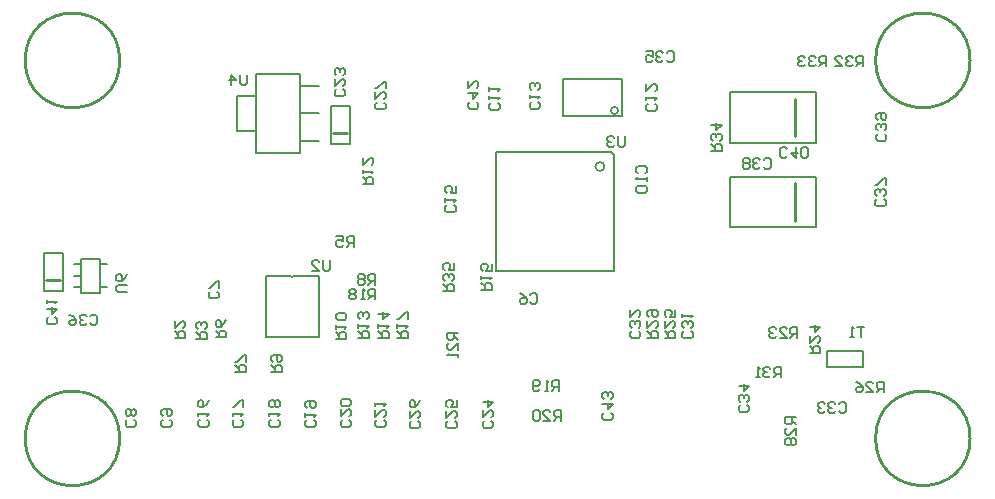
<source format=gbo>
%FSAX24Y24*%
%MOIN*%
G70*
G01*
G75*
G04 Layer_Color=32896*
%ADD10R,0.0433X0.0394*%
%ADD11R,0.0394X0.0433*%
%ADD12R,0.0315X0.0315*%
%ADD13R,0.0846X0.0157*%
%ADD14R,0.0846X0.0157*%
%ADD15R,0.0472X0.0472*%
%ADD16R,0.0591X0.1299*%
%ADD17R,0.0591X0.0394*%
%ADD18R,0.0197X0.0886*%
%ADD19R,0.0807X0.1575*%
%ADD20R,0.0807X0.1378*%
%ADD21R,0.0807X0.1378*%
%ADD22R,0.0315X0.0591*%
%ADD23R,0.0591X0.0512*%
%ADD24C,0.0100*%
%ADD25C,0.0150*%
%ADD26C,0.0080*%
%ADD27C,0.0350*%
%ADD28C,0.0250*%
%ADD29C,0.0200*%
%ADD30C,0.0591*%
%ADD31R,0.0591X0.0591*%
%ADD32R,0.0591X0.0591*%
%ADD33P,0.2131X8X22.5*%
%ADD34C,0.0700*%
%ADD35O,0.0551X0.0591*%
%ADD36C,0.0500*%
%ADD37C,0.0472*%
%ADD38C,0.0315*%
%ADD39C,0.0276*%
%ADD40C,0.0350*%
%ADD41C,0.0354*%
%ADD42R,0.0787X0.0945*%
%ADD43R,0.0472X0.0354*%
%ADD44O,0.0551X0.0110*%
%ADD45R,0.0551X0.0110*%
%ADD46O,0.0110X0.0551*%
%ADD47O,0.0551X0.0110*%
%ADD48R,0.0433X0.0157*%
%ADD49O,0.0433X0.0157*%
%ADD50R,0.0315X0.0354*%
%ADD51R,0.0354X0.0236*%
%ADD52C,0.0070*%
%ADD53C,0.0090*%
%ADD54C,0.0098*%
%ADD55C,0.0079*%
%ADD56C,0.0050*%
%ADD57C,0.0197*%
%ADD58C,0.0120*%
D24*
X056299Y028346D02*
G03*
X056299Y028346I-001575J000000D01*
G01*
Y015748D02*
G03*
X056299Y015748I-001575J000000D01*
G01*
X027953D02*
G03*
X027953Y015748I-001575J000000D01*
G01*
Y028346D02*
G03*
X027953Y028346I-001575J000000D01*
G01*
X050478Y025810D02*
Y027070D01*
Y023000D02*
Y024260D01*
X025504Y021014D02*
X025976D01*
X035074Y025914D02*
X035546D01*
D52*
X036762Y026943D02*
X036820Y026885D01*
Y026768D01*
X036762Y026710D01*
X036528D01*
X036470Y026768D01*
Y026885D01*
X036528Y026943D01*
X036470Y027293D02*
Y027060D01*
X036703Y027293D01*
X036762D01*
X036820Y027235D01*
Y027118D01*
X036762Y027060D01*
X036820Y027410D02*
Y027643D01*
X036762D01*
X036528Y027410D01*
X036470D01*
X035412Y027383D02*
X035470Y027325D01*
Y027208D01*
X035412Y027150D01*
X035178D01*
X035120Y027208D01*
Y027325D01*
X035178Y027383D01*
X035120Y027733D02*
Y027500D01*
X035353Y027733D01*
X035412D01*
X035470Y027675D01*
Y027558D01*
X035412Y027500D01*
Y027850D02*
X035470Y027908D01*
Y028025D01*
X035412Y028083D01*
X035353D01*
X035295Y028025D01*
Y027966D01*
Y028025D01*
X035237Y028083D01*
X035178D01*
X035120Y028025D01*
Y027908D01*
X035178Y027850D01*
X032190Y027870D02*
Y027578D01*
X032132Y027520D01*
X032015D01*
X031957Y027578D01*
Y027870D01*
X031665Y027520D02*
Y027870D01*
X031840Y027695D01*
X031607D01*
X040342Y016333D02*
X040400Y016275D01*
Y016158D01*
X040342Y016100D01*
X040108D01*
X040050Y016158D01*
Y016275D01*
X040108Y016333D01*
X040050Y016683D02*
Y016450D01*
X040283Y016683D01*
X040342D01*
X040400Y016625D01*
Y016508D01*
X040342Y016450D01*
X040050Y016975D02*
X040400D01*
X040225Y016800D01*
Y017033D01*
X039122Y016313D02*
X039180Y016255D01*
Y016138D01*
X039122Y016080D01*
X038888D01*
X038830Y016138D01*
Y016255D01*
X038888Y016313D01*
X038830Y016663D02*
Y016430D01*
X039063Y016663D01*
X039122D01*
X039180Y016605D01*
Y016488D01*
X039122Y016430D01*
X039180Y017013D02*
Y016780D01*
X039005D01*
X039063Y016896D01*
Y016955D01*
X039005Y017013D01*
X038888D01*
X038830Y016955D01*
Y016838D01*
X038888Y016780D01*
X052740Y028150D02*
Y028500D01*
X052565D01*
X052507Y028442D01*
Y028325D01*
X052565Y028267D01*
X052740D01*
X052623D02*
X052507Y028150D01*
X052390Y028442D02*
X052332Y028500D01*
X052215D01*
X052157Y028442D01*
Y028383D01*
X052215Y028325D01*
X052273D01*
X052215D01*
X052157Y028267D01*
Y028208D01*
X052215Y028150D01*
X052332D01*
X052390Y028208D01*
X051807Y028150D02*
X052040D01*
X051807Y028383D01*
Y028442D01*
X051865Y028500D01*
X051982D01*
X052040Y028442D01*
X042590Y017330D02*
Y017680D01*
X042415D01*
X042357Y017622D01*
Y017505D01*
X042415Y017447D01*
X042590D01*
X042473D02*
X042357Y017330D01*
X042240D02*
X042123D01*
X042182D01*
Y017680D01*
X042240Y017622D01*
X041949Y017388D02*
X041890Y017330D01*
X041774D01*
X041715Y017388D01*
Y017622D01*
X041774Y017680D01*
X041890D01*
X041949Y017622D01*
Y017563D01*
X041890Y017505D01*
X041715D01*
X045530Y019090D02*
X045880D01*
Y019265D01*
X045822Y019323D01*
X045705D01*
X045647Y019265D01*
Y019090D01*
Y019207D02*
X045530Y019323D01*
Y019673D02*
Y019440D01*
X045763Y019673D01*
X045822D01*
X045880Y019615D01*
Y019498D01*
X045822Y019440D01*
X045588Y019790D02*
X045530Y019848D01*
Y019965D01*
X045588Y020023D01*
X045822D01*
X045880Y019965D01*
Y019848D01*
X045822Y019790D01*
X045763D01*
X045705Y019848D01*
Y020023D01*
X046120Y019090D02*
X046470D01*
Y019265D01*
X046412Y019323D01*
X046295D01*
X046237Y019265D01*
Y019090D01*
Y019207D02*
X046120Y019323D01*
Y019673D02*
Y019440D01*
X046353Y019673D01*
X046412D01*
X046470Y019615D01*
Y019498D01*
X046412Y019440D01*
X046470Y020023D02*
Y019790D01*
X046295D01*
X046353Y019906D01*
Y019965D01*
X046295Y020023D01*
X046178D01*
X046120Y019965D01*
Y019848D01*
X046178Y019790D01*
X045252Y019323D02*
X045310Y019265D01*
Y019148D01*
X045252Y019090D01*
X045018D01*
X044960Y019148D01*
Y019265D01*
X045018Y019323D01*
X045252Y019440D02*
X045310Y019498D01*
Y019615D01*
X045252Y019673D01*
X045193D01*
X045135Y019615D01*
Y019557D01*
Y019615D01*
X045077Y019673D01*
X045018D01*
X044960Y019615D01*
Y019498D01*
X045018Y019440D01*
X044960Y020023D02*
Y019790D01*
X045193Y020023D01*
X045252D01*
X045310Y019965D01*
Y019848D01*
X045252Y019790D01*
X047002Y019313D02*
X047060Y019255D01*
Y019138D01*
X047002Y019080D01*
X046768D01*
X046710Y019138D01*
Y019255D01*
X046768Y019313D01*
X047002Y019430D02*
X047060Y019488D01*
Y019605D01*
X047002Y019663D01*
X046943D01*
X046885Y019605D01*
Y019547D01*
Y019605D01*
X046827Y019663D01*
X046768D01*
X046710Y019605D01*
Y019488D01*
X046768Y019430D01*
X046710Y019780D02*
Y019896D01*
Y019838D01*
X047060D01*
X047002Y019780D01*
X035160Y019050D02*
X035510D01*
Y019225D01*
X035452Y019283D01*
X035335D01*
X035277Y019225D01*
Y019050D01*
Y019167D02*
X035160Y019283D01*
Y019400D02*
Y019517D01*
Y019458D01*
X035510D01*
X035452Y019400D01*
Y019691D02*
X035510Y019750D01*
Y019866D01*
X035452Y019925D01*
X035218D01*
X035160Y019866D01*
Y019750D01*
X035218Y019691D01*
X035452D01*
X042660Y016340D02*
Y016690D01*
X042485D01*
X042427Y016632D01*
Y016515D01*
X042485Y016457D01*
X042660D01*
X042543D02*
X042427Y016340D01*
X042077D02*
X042310D01*
X042077Y016573D01*
Y016632D01*
X042135Y016690D01*
X042252D01*
X042310Y016632D01*
X041960D02*
X041902Y016690D01*
X041785D01*
X041727Y016632D01*
Y016398D01*
X041785Y016340D01*
X041902D01*
X041960Y016398D01*
Y016632D01*
X036470Y020870D02*
Y021220D01*
X036295D01*
X036237Y021162D01*
Y021045D01*
X036295Y020987D01*
X036470D01*
X036353D02*
X036237Y020870D01*
X036120Y021162D02*
X036062Y021220D01*
X035945D01*
X035887Y021162D01*
Y021103D01*
X035945Y021045D01*
X035887Y020987D01*
Y020928D01*
X035945Y020870D01*
X036062D01*
X036120Y020928D01*
Y020987D01*
X036062Y021045D01*
X036120Y021103D01*
Y021162D01*
X036062Y021045D02*
X035945D01*
X040000Y020700D02*
X040350D01*
Y020875D01*
X040292Y020933D01*
X040175D01*
X040117Y020875D01*
Y020700D01*
Y020817D02*
X040000Y020933D01*
Y021050D02*
Y021167D01*
Y021108D01*
X040350D01*
X040292Y021050D01*
X040350Y021575D02*
Y021341D01*
X040175D01*
X040233Y021458D01*
Y021516D01*
X040175Y021575D01*
X040058D01*
X040000Y021516D01*
Y021400D01*
X040058Y021341D01*
X039220Y019270D02*
X038870D01*
Y019095D01*
X038928Y019037D01*
X039045D01*
X039103Y019095D01*
Y019270D01*
Y019153D02*
X039220Y019037D01*
Y018687D02*
Y018920D01*
X038987Y018687D01*
X038928D01*
X038870Y018745D01*
Y018862D01*
X038928Y018920D01*
X039220Y018570D02*
Y018454D01*
Y018512D01*
X038870D01*
X038928Y018570D01*
X035760Y022140D02*
Y022490D01*
X035585D01*
X035527Y022432D01*
Y022315D01*
X035585Y022257D01*
X035760D01*
X035643D02*
X035527Y022140D01*
X035177Y022490D02*
X035410D01*
Y022315D01*
X035293Y022373D01*
X035235D01*
X035177Y022315D01*
Y022198D01*
X035235Y022140D01*
X035352D01*
X035410Y022198D01*
X034422Y016353D02*
X034480Y016295D01*
Y016178D01*
X034422Y016120D01*
X034188D01*
X034130Y016178D01*
Y016295D01*
X034188Y016353D01*
X034130Y016470D02*
Y016587D01*
Y016528D01*
X034480D01*
X034422Y016470D01*
X034188Y016761D02*
X034130Y016820D01*
Y016936D01*
X034188Y016995D01*
X034422D01*
X034480Y016936D01*
Y016820D01*
X034422Y016761D01*
X034363D01*
X034305Y016820D01*
Y016995D01*
X033232Y016373D02*
X033290Y016315D01*
Y016198D01*
X033232Y016140D01*
X032998D01*
X032940Y016198D01*
Y016315D01*
X032998Y016373D01*
X032940Y016490D02*
Y016607D01*
Y016548D01*
X033290D01*
X033232Y016490D01*
Y016781D02*
X033290Y016840D01*
Y016956D01*
X033232Y017015D01*
X033173D01*
X033115Y016956D01*
X033057Y017015D01*
X032998D01*
X032940Y016956D01*
Y016840D01*
X032998Y016781D01*
X033057D01*
X033115Y016840D01*
X033173Y016781D01*
X033232D01*
X033115Y016840D02*
Y016956D01*
X032012Y016373D02*
X032070Y016315D01*
Y016198D01*
X032012Y016140D01*
X031778D01*
X031720Y016198D01*
Y016315D01*
X031778Y016373D01*
X031720Y016490D02*
Y016607D01*
Y016548D01*
X032070D01*
X032012Y016490D01*
X032070Y016781D02*
Y017015D01*
X032012D01*
X031778Y016781D01*
X031720D01*
X030862Y016373D02*
X030920Y016315D01*
Y016198D01*
X030862Y016140D01*
X030628D01*
X030570Y016198D01*
Y016315D01*
X030628Y016373D01*
X030570Y016490D02*
Y016607D01*
Y016548D01*
X030920D01*
X030862Y016490D01*
X030920Y017015D02*
X030862Y016898D01*
X030745Y016781D01*
X030628D01*
X030570Y016840D01*
Y016956D01*
X030628Y017015D01*
X030687D01*
X030745Y016956D01*
Y016781D01*
X052770Y019470D02*
X052537D01*
X052653D01*
Y019120D01*
X052420D02*
X052303D01*
X052362D01*
Y019470D01*
X052420Y019412D01*
X050540Y019100D02*
Y019450D01*
X050365D01*
X050307Y019392D01*
Y019275D01*
X050365Y019217D01*
X050540D01*
X050423D02*
X050307Y019100D01*
X049957D02*
X050190D01*
X049957Y019333D01*
Y019392D01*
X050015Y019450D01*
X050132D01*
X050190Y019392D01*
X049840D02*
X049782Y019450D01*
X049665D01*
X049607Y019392D01*
Y019333D01*
X049665Y019275D01*
X049724D01*
X049665D01*
X049607Y019217D01*
Y019158D01*
X049665Y019100D01*
X049782D01*
X049840Y019158D01*
X050950Y018590D02*
X051300D01*
Y018765D01*
X051242Y018823D01*
X051125D01*
X051067Y018765D01*
Y018590D01*
Y018707D02*
X050950Y018823D01*
Y019173D02*
Y018940D01*
X051183Y019173D01*
X051242D01*
X051300Y019115D01*
Y018998D01*
X051242Y018940D01*
X050950Y019465D02*
X051300D01*
X051125Y019290D01*
Y019523D01*
X053420Y017290D02*
Y017640D01*
X053245D01*
X053187Y017582D01*
Y017465D01*
X053245Y017407D01*
X053420D01*
X053303D02*
X053187Y017290D01*
X052837D02*
X053070D01*
X052837Y017523D01*
Y017582D01*
X052895Y017640D01*
X053012D01*
X053070Y017582D01*
X052487Y017640D02*
X052604Y017582D01*
X052720Y017465D01*
Y017348D01*
X052662Y017290D01*
X052545D01*
X052487Y017348D01*
Y017407D01*
X052545Y017465D01*
X052720D01*
X049990Y017780D02*
Y018130D01*
X049815D01*
X049757Y018072D01*
Y017955D01*
X049815Y017897D01*
X049990D01*
X049873D02*
X049757Y017780D01*
X049640Y018072D02*
X049582Y018130D01*
X049465D01*
X049407Y018072D01*
Y018013D01*
X049465Y017955D01*
X049523D01*
X049465D01*
X049407Y017897D01*
Y017838D01*
X049465Y017780D01*
X049582D01*
X049640Y017838D01*
X049290Y017780D02*
X049174D01*
X049232D01*
Y018130D01*
X049290Y018072D01*
X050490Y016450D02*
X050140D01*
Y016275D01*
X050198Y016217D01*
X050315D01*
X050373Y016275D01*
Y016450D01*
Y016333D02*
X050490Y016217D01*
Y015867D02*
Y016100D01*
X050257Y015867D01*
X050198D01*
X050140Y015925D01*
Y016042D01*
X050198Y016100D01*
Y015750D02*
X050140Y015692D01*
Y015575D01*
X050198Y015517D01*
X050257D01*
X050315Y015575D01*
X050373Y015517D01*
X050432D01*
X050490Y015575D01*
Y015692D01*
X050432Y015750D01*
X050373D01*
X050315Y015692D01*
X050257Y015750D01*
X050198D01*
X050315Y015692D02*
Y015575D01*
X048872Y016853D02*
X048930Y016795D01*
Y016678D01*
X048872Y016620D01*
X048638D01*
X048580Y016678D01*
Y016795D01*
X048638Y016853D01*
X048872Y016970D02*
X048930Y017028D01*
Y017145D01*
X048872Y017203D01*
X048813D01*
X048755Y017145D01*
Y017087D01*
Y017145D01*
X048697Y017203D01*
X048638D01*
X048580Y017145D01*
Y017028D01*
X048638Y016970D01*
X048580Y017495D02*
X048930D01*
X048755Y017320D01*
Y017553D01*
X051927Y016892D02*
X051985Y016950D01*
X052102D01*
X052160Y016892D01*
Y016658D01*
X052102Y016600D01*
X051985D01*
X051927Y016658D01*
X051810Y016892D02*
X051752Y016950D01*
X051635D01*
X051577Y016892D01*
Y016833D01*
X051635Y016775D01*
X051693D01*
X051635D01*
X051577Y016717D01*
Y016658D01*
X051635Y016600D01*
X051752D01*
X051810Y016658D01*
X051460Y016892D02*
X051402Y016950D01*
X051285D01*
X051227Y016892D01*
Y016833D01*
X051285Y016775D01*
X051344D01*
X051285D01*
X051227Y016717D01*
Y016658D01*
X051285Y016600D01*
X051402D01*
X051460Y016658D01*
X034960Y021690D02*
Y021398D01*
X034902Y021340D01*
X034785D01*
X034727Y021398D01*
Y021690D01*
X034377Y021340D02*
X034610D01*
X034377Y021573D01*
Y021632D01*
X034435Y021690D01*
X034552D01*
X034610Y021632D01*
X031212Y020643D02*
X031270Y020585D01*
Y020468D01*
X031212Y020410D01*
X030978D01*
X030920Y020468D01*
Y020585D01*
X030978Y020643D01*
X031270Y020760D02*
Y020993D01*
X031212D01*
X030978Y020760D01*
X030920D01*
X037912Y016313D02*
X037970Y016255D01*
Y016138D01*
X037912Y016080D01*
X037678D01*
X037620Y016138D01*
Y016255D01*
X037678Y016313D01*
X037620Y016663D02*
Y016430D01*
X037853Y016663D01*
X037912D01*
X037970Y016605D01*
Y016488D01*
X037912Y016430D01*
X037970Y017013D02*
X037912Y016896D01*
X037795Y016780D01*
X037678D01*
X037620Y016838D01*
Y016955D01*
X037678Y017013D01*
X037737D01*
X037795Y016955D01*
Y016780D01*
X029632Y016373D02*
X029690Y016315D01*
Y016198D01*
X029632Y016140D01*
X029398D01*
X029340Y016198D01*
Y016315D01*
X029398Y016373D01*
Y016490D02*
X029340Y016548D01*
Y016665D01*
X029398Y016723D01*
X029632D01*
X029690Y016665D01*
Y016548D01*
X029632Y016490D01*
X029573D01*
X029515Y016548D01*
Y016723D01*
X029780Y019080D02*
X030130D01*
Y019255D01*
X030072Y019313D01*
X029955D01*
X029897Y019255D01*
Y019080D01*
Y019197D02*
X029780Y019313D01*
Y019663D02*
Y019430D01*
X030013Y019663D01*
X030072D01*
X030130Y019605D01*
Y019488D01*
X030072Y019430D01*
X030500Y019050D02*
X030850D01*
Y019225D01*
X030792Y019283D01*
X030675D01*
X030617Y019225D01*
Y019050D01*
Y019167D02*
X030500Y019283D01*
X030792Y019400D02*
X030850Y019458D01*
Y019575D01*
X030792Y019633D01*
X030733D01*
X030675Y019575D01*
Y019517D01*
Y019575D01*
X030617Y019633D01*
X030558D01*
X030500Y019575D01*
Y019458D01*
X030558Y019400D01*
X031150Y019110D02*
X031500D01*
Y019285D01*
X031442Y019343D01*
X031325D01*
X031267Y019285D01*
Y019110D01*
Y019227D02*
X031150Y019343D01*
X031500Y019693D02*
X031442Y019577D01*
X031325Y019460D01*
X031208D01*
X031150Y019518D01*
Y019635D01*
X031208Y019693D01*
X031267D01*
X031325Y019635D01*
Y019460D01*
X031800Y017950D02*
X032150D01*
Y018125D01*
X032092Y018183D01*
X031975D01*
X031917Y018125D01*
Y017950D01*
Y018067D02*
X031800Y018183D01*
X032150Y018300D02*
Y018533D01*
X032092D01*
X031858Y018300D01*
X031800D01*
X033010Y017950D02*
X033360D01*
Y018125D01*
X033302Y018183D01*
X033185D01*
X033127Y018125D01*
Y017950D01*
Y018067D02*
X033010Y018183D01*
X033068Y018300D02*
X033010Y018358D01*
Y018475D01*
X033068Y018533D01*
X033302D01*
X033360Y018475D01*
Y018358D01*
X033302Y018300D01*
X033243D01*
X033185Y018358D01*
Y018533D01*
X036060Y024230D02*
X036410D01*
Y024405D01*
X036352Y024463D01*
X036235D01*
X036177Y024405D01*
Y024230D01*
Y024347D02*
X036060Y024463D01*
Y024580D02*
Y024697D01*
Y024638D01*
X036410D01*
X036352Y024580D01*
X036060Y025105D02*
Y024871D01*
X036293Y025105D01*
X036352D01*
X036410Y025046D01*
Y024930D01*
X036352Y024871D01*
X039102Y023513D02*
X039160Y023455D01*
Y023338D01*
X039102Y023280D01*
X038868D01*
X038810Y023338D01*
Y023455D01*
X038868Y023513D01*
X038810Y023630D02*
Y023747D01*
Y023688D01*
X039160D01*
X039102Y023630D01*
X039160Y024155D02*
Y023921D01*
X038985D01*
X039043Y024038D01*
Y024096D01*
X038985Y024155D01*
X038868D01*
X038810Y024096D01*
Y023980D01*
X038868Y023921D01*
X041637Y020532D02*
X041695Y020590D01*
X041812D01*
X041870Y020532D01*
Y020298D01*
X041812Y020240D01*
X041695D01*
X041637Y020298D01*
X041287Y020590D02*
X041403Y020532D01*
X041520Y020415D01*
Y020298D01*
X041462Y020240D01*
X041345D01*
X041287Y020298D01*
Y020357D01*
X041345Y020415D01*
X041520D01*
X040562Y026933D02*
X040620Y026875D01*
Y026758D01*
X040562Y026700D01*
X040328D01*
X040270Y026758D01*
Y026875D01*
X040328Y026933D01*
X040270Y027050D02*
Y027167D01*
Y027108D01*
X040620D01*
X040562Y027050D01*
X040270Y027341D02*
Y027458D01*
Y027400D01*
X040620D01*
X040562Y027341D01*
X045228Y024577D02*
X045170Y024635D01*
Y024752D01*
X045228Y024810D01*
X045462D01*
X045520Y024752D01*
Y024635D01*
X045462Y024577D01*
X045520Y024460D02*
Y024343D01*
Y024402D01*
X045170D01*
X045228Y024460D01*
Y024169D02*
X045170Y024110D01*
Y023994D01*
X045228Y023935D01*
X045462D01*
X045520Y023994D01*
Y024110D01*
X045462Y024169D01*
X045228D01*
X044790Y025810D02*
Y025518D01*
X044732Y025460D01*
X044615D01*
X044557Y025518D01*
Y025810D01*
X044440Y025752D02*
X044382Y025810D01*
X044265D01*
X044207Y025752D01*
Y025693D01*
X044265Y025635D01*
X044323D01*
X044265D01*
X044207Y025577D01*
Y025518D01*
X044265Y025460D01*
X044382D01*
X044440Y025518D01*
X045792Y026903D02*
X045850Y026845D01*
Y026728D01*
X045792Y026670D01*
X045558D01*
X045500Y026728D01*
Y026845D01*
X045558Y026903D01*
X045500Y027020D02*
Y027137D01*
Y027078D01*
X045850D01*
X045792Y027020D01*
X045500Y027545D02*
Y027311D01*
X045733Y027545D01*
X045792D01*
X045850Y027486D01*
Y027370D01*
X045792Y027311D01*
X041912Y026963D02*
X041970Y026905D01*
Y026788D01*
X041912Y026730D01*
X041678D01*
X041620Y026788D01*
Y026905D01*
X041678Y026963D01*
X041620Y027080D02*
Y027197D01*
Y027138D01*
X041970D01*
X041912Y027080D01*
Y027371D02*
X041970Y027430D01*
Y027546D01*
X041912Y027605D01*
X041853D01*
X041795Y027546D01*
Y027488D01*
Y027546D01*
X041737Y027605D01*
X041678D01*
X041620Y027546D01*
Y027430D01*
X041678Y027371D01*
X046187Y028592D02*
X046245Y028650D01*
X046362D01*
X046420Y028592D01*
Y028358D01*
X046362Y028300D01*
X046245D01*
X046187Y028358D01*
X046070Y028592D02*
X046012Y028650D01*
X045895D01*
X045837Y028592D01*
Y028533D01*
X045895Y028475D01*
X045953D01*
X045895D01*
X045837Y028417D01*
Y028358D01*
X045895Y028300D01*
X046012D01*
X046070Y028358D01*
X045487Y028650D02*
X045720D01*
Y028475D01*
X045604Y028533D01*
X045545D01*
X045487Y028475D01*
Y028358D01*
X045545Y028300D01*
X045662D01*
X045720Y028358D01*
X035612Y016363D02*
X035670Y016305D01*
Y016188D01*
X035612Y016130D01*
X035378D01*
X035320Y016188D01*
Y016305D01*
X035378Y016363D01*
X035320Y016713D02*
Y016480D01*
X035553Y016713D01*
X035612D01*
X035670Y016655D01*
Y016538D01*
X035612Y016480D01*
Y016830D02*
X035670Y016888D01*
Y017005D01*
X035612Y017063D01*
X035378D01*
X035320Y017005D01*
Y016888D01*
X035378Y016830D01*
X035612D01*
X036762Y016353D02*
X036820Y016295D01*
Y016178D01*
X036762Y016120D01*
X036528D01*
X036470Y016178D01*
Y016295D01*
X036528Y016353D01*
X036470Y016703D02*
Y016470D01*
X036703Y016703D01*
X036762D01*
X036820Y016645D01*
Y016528D01*
X036762Y016470D01*
X036470Y016820D02*
Y016936D01*
Y016878D01*
X036820D01*
X036762Y016820D01*
X035900Y019080D02*
X036250D01*
Y019255D01*
X036192Y019313D01*
X036075D01*
X036017Y019255D01*
Y019080D01*
Y019197D02*
X035900Y019313D01*
Y019430D02*
Y019547D01*
Y019488D01*
X036250D01*
X036192Y019430D01*
Y019721D02*
X036250Y019780D01*
Y019896D01*
X036192Y019955D01*
X036133D01*
X036075Y019896D01*
Y019838D01*
Y019896D01*
X036017Y019955D01*
X035958D01*
X035900Y019896D01*
Y019780D01*
X035958Y019721D01*
X036570Y019090D02*
X036920D01*
Y019265D01*
X036862Y019323D01*
X036745D01*
X036687Y019265D01*
Y019090D01*
Y019207D02*
X036570Y019323D01*
Y019440D02*
Y019557D01*
Y019498D01*
X036920D01*
X036862Y019440D01*
X036570Y019906D02*
X036920D01*
X036745Y019731D01*
Y019965D01*
X028442Y016373D02*
X028500Y016315D01*
Y016198D01*
X028442Y016140D01*
X028208D01*
X028150Y016198D01*
Y016315D01*
X028208Y016373D01*
X028442Y016490D02*
X028500Y016548D01*
Y016665D01*
X028442Y016723D01*
X028383D01*
X028325Y016665D01*
X028267Y016723D01*
X028208D01*
X028150Y016665D01*
Y016548D01*
X028208Y016490D01*
X028267D01*
X028325Y016548D01*
X028383Y016490D01*
X028442D01*
X028325Y016548D02*
Y016665D01*
X026967Y019812D02*
X027025Y019870D01*
X027142D01*
X027200Y019812D01*
Y019578D01*
X027142Y019520D01*
X027025D01*
X026967Y019578D01*
X026850Y019812D02*
X026792Y019870D01*
X026675D01*
X026617Y019812D01*
Y019753D01*
X026675Y019695D01*
X026733D01*
X026675D01*
X026617Y019637D01*
Y019578D01*
X026675Y019520D01*
X026792D01*
X026850Y019578D01*
X026267Y019870D02*
X026384Y019812D01*
X026500Y019695D01*
Y019578D01*
X026442Y019520D01*
X026325D01*
X026267Y019578D01*
Y019637D01*
X026325Y019695D01*
X026500D01*
X053422Y023713D02*
X053480Y023655D01*
Y023538D01*
X053422Y023480D01*
X053188D01*
X053130Y023538D01*
Y023655D01*
X053188Y023713D01*
X053422Y023830D02*
X053480Y023888D01*
Y024005D01*
X053422Y024063D01*
X053363D01*
X053305Y024005D01*
Y023947D01*
Y024005D01*
X053247Y024063D01*
X053188D01*
X053130Y024005D01*
Y023888D01*
X053188Y023830D01*
X053480Y024180D02*
Y024413D01*
X053422D01*
X053188Y024180D01*
X053130D01*
X049417Y025032D02*
X049475Y025090D01*
X049592D01*
X049650Y025032D01*
Y024798D01*
X049592Y024740D01*
X049475D01*
X049417Y024798D01*
X049300Y025032D02*
X049242Y025090D01*
X049125D01*
X049067Y025032D01*
Y024973D01*
X049125Y024915D01*
X049183D01*
X049125D01*
X049067Y024857D01*
Y024798D01*
X049125Y024740D01*
X049242D01*
X049300Y024798D01*
X048950Y025032D02*
X048892Y025090D01*
X048775D01*
X048717Y025032D01*
Y024973D01*
X048775Y024915D01*
X048717Y024857D01*
Y024798D01*
X048775Y024740D01*
X048892D01*
X048950Y024798D01*
Y024857D01*
X048892Y024915D01*
X048950Y024973D01*
Y025032D01*
X048892Y024915D02*
X048775D01*
X053452Y025893D02*
X053510Y025835D01*
Y025718D01*
X053452Y025660D01*
X053218D01*
X053160Y025718D01*
Y025835D01*
X053218Y025893D01*
X053452Y026010D02*
X053510Y026068D01*
Y026185D01*
X053452Y026243D01*
X053393D01*
X053335Y026185D01*
Y026127D01*
Y026185D01*
X053277Y026243D01*
X053218D01*
X053160Y026185D01*
Y026068D01*
X053218Y026010D01*
Y026360D02*
X053160Y026418D01*
Y026535D01*
X053218Y026593D01*
X053452D01*
X053510Y026535D01*
Y026418D01*
X053452Y026360D01*
X053393D01*
X053335Y026418D01*
Y026593D01*
X025812Y019783D02*
X025870Y019725D01*
Y019608D01*
X025812Y019550D01*
X025578D01*
X025520Y019608D01*
Y019725D01*
X025578Y019783D01*
X025520Y020075D02*
X025870D01*
X025695Y019900D01*
Y020133D01*
X025520Y020250D02*
Y020366D01*
Y020308D01*
X025870D01*
X025812Y020250D01*
X039852Y026953D02*
X039910Y026895D01*
Y026778D01*
X039852Y026720D01*
X039618D01*
X039560Y026778D01*
Y026895D01*
X039618Y026953D01*
X039560Y027245D02*
X039910D01*
X039735Y027070D01*
Y027303D01*
X039560Y027653D02*
Y027420D01*
X039793Y027653D01*
X039852D01*
X039910Y027595D01*
Y027478D01*
X039852Y027420D01*
X036470Y020380D02*
Y020730D01*
X036295D01*
X036237Y020672D01*
Y020555D01*
X036295Y020497D01*
X036470D01*
X036353D02*
X036237Y020380D01*
X036120D02*
X036003D01*
X036062D01*
Y020730D01*
X036120Y020672D01*
X035829D02*
X035770Y020730D01*
X035654D01*
X035595Y020672D01*
Y020613D01*
X035654Y020555D01*
X035595Y020497D01*
Y020438D01*
X035654Y020380D01*
X035770D01*
X035829Y020438D01*
Y020497D01*
X035770Y020555D01*
X035829Y020613D01*
Y020672D01*
X035770Y020555D02*
X035654D01*
X051500Y028150D02*
Y028500D01*
X051325D01*
X051267Y028442D01*
Y028325D01*
X051325Y028267D01*
X051500D01*
X051383D02*
X051267Y028150D01*
X051150Y028442D02*
X051092Y028500D01*
X050975D01*
X050917Y028442D01*
Y028383D01*
X050975Y028325D01*
X051033D01*
X050975D01*
X050917Y028267D01*
Y028208D01*
X050975Y028150D01*
X051092D01*
X051150Y028208D01*
X050800Y028442D02*
X050742Y028500D01*
X050625D01*
X050567Y028442D01*
Y028383D01*
X050625Y028325D01*
X050684D01*
X050625D01*
X050567Y028267D01*
Y028208D01*
X050625Y028150D01*
X050742D01*
X050800Y028208D01*
X047670Y025320D02*
X048020D01*
Y025495D01*
X047962Y025553D01*
X047845D01*
X047787Y025495D01*
Y025320D01*
Y025437D02*
X047670Y025553D01*
X047962Y025670D02*
X048020Y025728D01*
Y025845D01*
X047962Y025903D01*
X047903D01*
X047845Y025845D01*
Y025787D01*
Y025845D01*
X047787Y025903D01*
X047728D01*
X047670Y025845D01*
Y025728D01*
X047728Y025670D01*
X047670Y026195D02*
X048020D01*
X047845Y026020D01*
Y026253D01*
X028190Y020630D02*
X027898D01*
X027840Y020688D01*
Y020805D01*
X027898Y020863D01*
X028190D01*
Y021213D02*
X028132Y021097D01*
X028015Y020980D01*
X027898D01*
X027840Y021038D01*
Y021155D01*
X027898Y021213D01*
X027957D01*
X028015Y021155D01*
Y020980D01*
X037210Y019090D02*
X037560D01*
Y019265D01*
X037502Y019323D01*
X037385D01*
X037327Y019265D01*
Y019090D01*
Y019207D02*
X037210Y019323D01*
Y019440D02*
Y019557D01*
Y019498D01*
X037560D01*
X037502Y019440D01*
X037560Y019731D02*
Y019965D01*
X037502D01*
X037268Y019731D01*
X037210D01*
X050203Y025158D02*
X050145Y025100D01*
X050028D01*
X049970Y025158D01*
Y025392D01*
X050028Y025450D01*
X050145D01*
X050203Y025392D01*
X050495Y025450D02*
Y025100D01*
X050320Y025275D01*
X050553D01*
X050670Y025158D02*
X050728Y025100D01*
X050845D01*
X050903Y025158D01*
Y025392D01*
X050845Y025450D01*
X050728D01*
X050670Y025392D01*
Y025158D01*
X038740Y020650D02*
X039090D01*
Y020825D01*
X039032Y020883D01*
X038915D01*
X038857Y020825D01*
Y020650D01*
Y020767D02*
X038740Y020883D01*
X039032Y021000D02*
X039090Y021058D01*
Y021175D01*
X039032Y021233D01*
X038973D01*
X038915Y021175D01*
Y021117D01*
Y021175D01*
X038857Y021233D01*
X038798D01*
X038740Y021175D01*
Y021058D01*
X038798Y021000D01*
X039090Y021583D02*
Y021350D01*
X038915D01*
X038973Y021466D01*
Y021525D01*
X038915Y021583D01*
X038798D01*
X038740Y021525D01*
Y021408D01*
X038798Y021350D01*
X044332Y016593D02*
X044390Y016535D01*
Y016418D01*
X044332Y016360D01*
X044098D01*
X044040Y016418D01*
Y016535D01*
X044098Y016593D01*
X044040Y016885D02*
X044390D01*
X044215Y016710D01*
Y016943D01*
X044332Y017060D02*
X044390Y017118D01*
Y017235D01*
X044332Y017293D01*
X044273D01*
X044215Y017235D01*
Y017176D01*
Y017235D01*
X044157Y017293D01*
X044098D01*
X044040Y017235D01*
Y017118D01*
X044098Y017060D01*
D56*
X044567Y026676D02*
G03*
X044567Y026676I-000118J000000D01*
G01*
X044111Y024809D02*
G03*
X044111Y024809I-000150J000000D01*
G01*
X033636Y021174D02*
G03*
X033764Y021174I000064J000000D01*
G01*
X051167Y025594D02*
Y027286D01*
X048293D02*
X051167D01*
X048293Y025594D02*
X051167D01*
X048293D02*
Y027286D01*
X044705Y026479D02*
Y027739D01*
X042737D02*
X044705D01*
X042737Y026479D02*
Y027739D01*
Y026479D02*
X044705D01*
X040493Y025278D02*
X044331D01*
X040493Y021341D02*
Y025278D01*
Y021341D02*
X044430D01*
Y025179D01*
X044331Y025278D02*
X044430Y025179D01*
X033764Y021174D02*
X034586D01*
X032814D02*
X033636D01*
X032814Y019126D02*
Y021174D01*
Y019126D02*
X034586D01*
Y021174D01*
X052740Y018110D02*
Y018670D01*
X051540Y018110D02*
X052740D01*
X051540Y018670D02*
X052740D01*
X051540Y018110D02*
Y018670D01*
X051167Y022784D02*
Y024476D01*
X048293D02*
X051167D01*
X048293Y022784D02*
X051167D01*
X048293D02*
Y024476D01*
X027285Y020599D02*
Y021741D01*
X026655D02*
X027285D01*
X026655Y020599D02*
Y021741D01*
X026419Y020796D02*
X026655D01*
X027285D02*
X027521D01*
X026419Y021544D02*
X026655D01*
X027285D02*
X027521D01*
X026419Y021170D02*
X026655D01*
Y020599D02*
X027285D01*
X025425Y021920D02*
X026055D01*
X025425Y020660D02*
Y021920D01*
Y020660D02*
X026055D01*
Y021920D01*
X031860Y025989D02*
Y027171D01*
X032502Y027899D02*
X033958D01*
Y025261D02*
Y027899D01*
X032502Y025261D02*
X033958D01*
X032502D02*
Y027899D01*
X031860Y027171D02*
X032502D01*
X031860Y025989D02*
X032502D01*
X033958Y027485D02*
X034600D01*
X033958Y026580D02*
X034600D01*
X033958Y025674D02*
X034600D01*
X035625Y025560D02*
Y026820D01*
X034995Y025560D02*
X035625D01*
X034995D02*
Y026820D01*
X035625D01*
M02*

</source>
